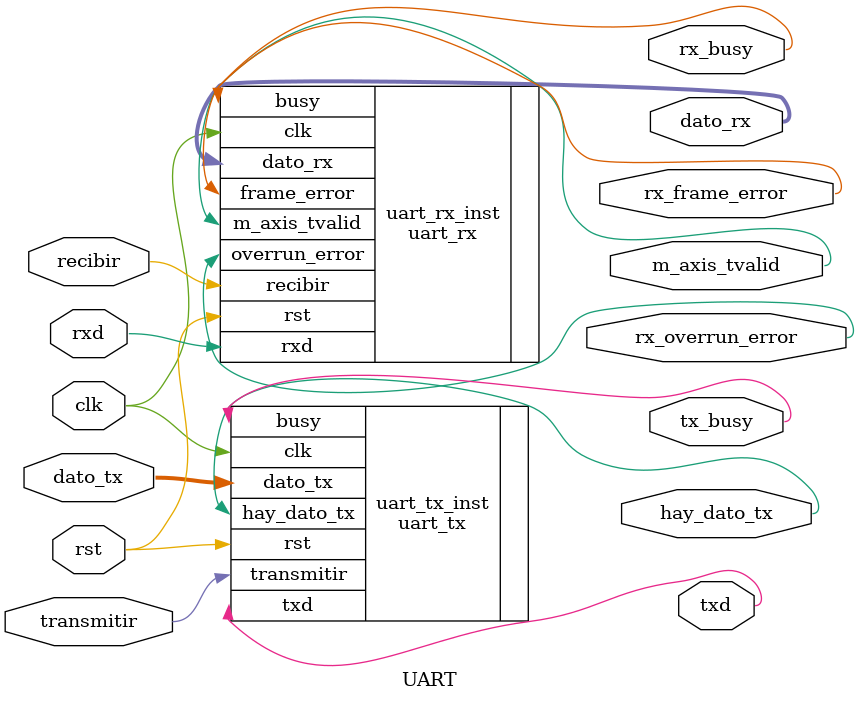
<source format=v>
`timescale 1ns / 1ps


module UART #(parameter DATA_WIDTH = 8, parameter prescale=1303)(
    input  wire clk,
    input  wire rst,
    /*
     * AXI input
     */
    input  wire [DATA_WIDTH-1:0] dato_tx,
    output wire hay_dato_tx, //Se activa cuando hay un dato ingresado para enviar
    //Para pruebas usar un led
    input  wire transmitir, //En alto transmite el dato, para pruebas un boton

    /*
     * AXI output
     */
    output wire [DATA_WIDTH-1:0] dato_rx,
    output wire m_axis_tvalid,
    input  wire recibir,
    /*
     * UART interface
     */
    input  wire rxd,
    output wire txd,
    /*
     * Status
     */
    output wire tx_busy,
    output wire rx_busy,
    output wire rx_overrun_error,
    output wire rx_frame_error
    /*
     * Configuration
     */
    //input  wire [15:0] prescale
    );
    
    uart_tx #(
    .DATA_WIDTH(DATA_WIDTH), .prescale(prescale)
)
uart_tx_inst (
    .clk(clk),
    .rst(rst),
    // axi input
    .dato_tx(dato_tx),
    .transmitir(transmitir),
    .hay_dato_tx(hay_dato_tx),
    // output
    .txd(txd),
    // status
    .busy(tx_busy)
    // configuration
    //.prescale(prescale)
);

uart_rx #(
    .DATA_WIDTH(DATA_WIDTH), .prescale(prescale)
)
uart_rx_inst (
    .clk(clk),
    .rst(rst),
    // axi output
    .dato_rx(dato_rx),
    .m_axis_tvalid(m_axis_tvalid),
    .recibir(recibir),
    // input
    .rxd(rxd),
    // status
    .busy(rx_busy),
    .overrun_error(rx_overrun_error),
    .frame_error(rx_frame_error)
    // configuration
    //.prescale(prescale)
);
    
endmodule
</source>
